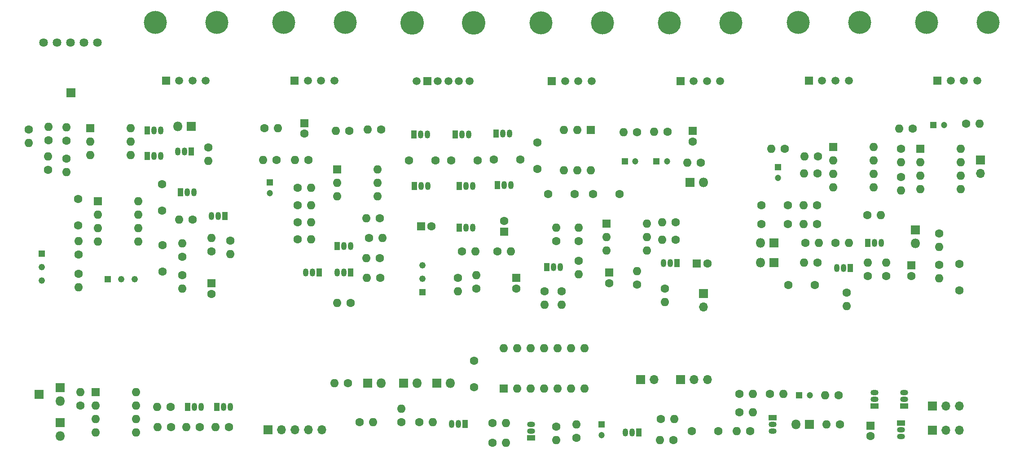
<source format=gts>
G04 #@! TF.GenerationSoftware,KiCad,Pcbnew,8.0.2*
G04 #@! TF.CreationDate,2024-08-15T15:23:23+09:00*
G04 #@! TF.ProjectId,analog_separate,616e616c-6f67-45f7-9365-706172617465,rev?*
G04 #@! TF.SameCoordinates,Original*
G04 #@! TF.FileFunction,Soldermask,Top*
G04 #@! TF.FilePolarity,Negative*
%FSLAX46Y46*%
G04 Gerber Fmt 4.6, Leading zero omitted, Abs format (unit mm)*
G04 Created by KiCad (PCBNEW 8.0.2) date 2024-08-15 15:23:23*
%MOMM*%
%LPD*%
G01*
G04 APERTURE LIST*
%ADD10R,1.600000X1.600000*%
%ADD11C,1.600000*%
%ADD12R,1.200000X1.200000*%
%ADD13C,1.200000*%
%ADD14O,1.600000X1.600000*%
%ADD15R,1.050000X1.500000*%
%ADD16O,1.050000X1.500000*%
%ADD17R,1.800000X1.800000*%
%ADD18O,1.800000X1.800000*%
%ADD19R,1.700000X1.700000*%
%ADD20O,1.700000X1.700000*%
%ADD21C,1.635000*%
%ADD22R,1.217000X1.217000*%
%ADD23C,1.217000*%
%ADD24R,1.500000X1.500000*%
%ADD25C,1.500000*%
%ADD26C,4.350000*%
%ADD27R,1.500000X1.050000*%
%ADD28O,1.500000X1.050000*%
%ADD29C,4.455000*%
G04 APERTURE END LIST*
D10*
X77980000Y-103290000D03*
D11*
X77980000Y-105290000D03*
D12*
X88980000Y-84250000D03*
D13*
X88980000Y-86250000D03*
D11*
X220340000Y-73120000D03*
D14*
X222880000Y-73120000D03*
D11*
X196290000Y-124425000D03*
D14*
X193750000Y-124425000D03*
D11*
X50650000Y-76320000D03*
D14*
X50650000Y-73780000D03*
D11*
X70290000Y-126675000D03*
D14*
X67750000Y-126675000D03*
D15*
X141230000Y-100250000D03*
D16*
X142500000Y-100250000D03*
X143770000Y-100250000D03*
D15*
X125810000Y-129815000D03*
D16*
X124540000Y-129815000D03*
X123270000Y-129815000D03*
D10*
X152480000Y-92000000D03*
D14*
X152480000Y-94540000D03*
X152480000Y-97080000D03*
X160100000Y-97080000D03*
X160100000Y-94540000D03*
X160100000Y-92000000D03*
D11*
X183285000Y-124175000D03*
D14*
X185825000Y-124175000D03*
D17*
X114245000Y-122175000D03*
D18*
X116785000Y-122175000D03*
D10*
X101680000Y-81725000D03*
D14*
X101680000Y-84265000D03*
X101680000Y-86805000D03*
X109300000Y-86805000D03*
X109300000Y-84265000D03*
X109300000Y-81725000D03*
D15*
X65900000Y-79250000D03*
D16*
X67170000Y-79250000D03*
X68440000Y-79250000D03*
D11*
X77420000Y-77640000D03*
D14*
X77420000Y-80180000D03*
D11*
X189955000Y-95620000D03*
D14*
X192495000Y-95620000D03*
D11*
X149960000Y-86390000D03*
X154960000Y-86390000D03*
X72480000Y-101745000D03*
D14*
X72480000Y-104285000D03*
D15*
X131690000Y-75000000D03*
D16*
X132960000Y-75000000D03*
X134230000Y-75000000D03*
D10*
X95480000Y-73000000D03*
D11*
X95480000Y-75000000D03*
X94230000Y-95000000D03*
D14*
X96770000Y-95000000D03*
D19*
X213960000Y-126500000D03*
D20*
X216500000Y-126500000D03*
X219040000Y-126500000D03*
D11*
X107690000Y-94750000D03*
D14*
X110230000Y-94750000D03*
D11*
X109730000Y-98500000D03*
D14*
X107190000Y-98500000D03*
D15*
X65880000Y-74390000D03*
D16*
X67150000Y-74390000D03*
X68420000Y-74390000D03*
D11*
X179620000Y-131175000D03*
D14*
X177080000Y-131175000D03*
D11*
X68730000Y-101040000D03*
X68730000Y-96040000D03*
X143045000Y-130385000D03*
D14*
X143045000Y-132925000D03*
D11*
X47250000Y-76290000D03*
D14*
X47250000Y-73750000D03*
D11*
X109775000Y-102250000D03*
D14*
X107235000Y-102250000D03*
D11*
X103980000Y-74500000D03*
D14*
X101440000Y-74500000D03*
D11*
X140770000Y-104750000D03*
D14*
X140770000Y-107290000D03*
D11*
X205250000Y-101870000D03*
D14*
X205250000Y-99330000D03*
D21*
X53915000Y-57830000D03*
X51375000Y-57830000D03*
X48835000Y-57830000D03*
X56455000Y-57830000D03*
X46295000Y-57830000D03*
D19*
X51500000Y-67250000D03*
D11*
X177535000Y-127675000D03*
D14*
X180075000Y-127675000D03*
D11*
X125210000Y-97250000D03*
D14*
X127750000Y-97250000D03*
D11*
X124460000Y-102250000D03*
D14*
X124460000Y-104790000D03*
D12*
X151545000Y-129952400D03*
D13*
X151545000Y-131952400D03*
D19*
X222995000Y-80010000D03*
D20*
X222995000Y-82550000D03*
D12*
X161920000Y-80250000D03*
D13*
X163920000Y-80250000D03*
D11*
X177540000Y-124175000D03*
D14*
X180080000Y-124175000D03*
D11*
X87940000Y-74000000D03*
D14*
X90480000Y-74000000D03*
D11*
X105935000Y-129500000D03*
D14*
X108475000Y-129500000D03*
D10*
X117480000Y-92500000D03*
D11*
X119480000Y-92500000D03*
D15*
X124710000Y-92750000D03*
D16*
X125980000Y-92750000D03*
X127250000Y-92750000D03*
D10*
X55100000Y-74005000D03*
D14*
X55100000Y-76545000D03*
X55100000Y-79085000D03*
X62720000Y-79085000D03*
X62720000Y-76545000D03*
X62720000Y-74005000D03*
D15*
X79000000Y-126675000D03*
D16*
X80270000Y-126675000D03*
X81540000Y-126675000D03*
D11*
X181670000Y-88500000D03*
X186670000Y-88500000D03*
X43500000Y-74210000D03*
D14*
X43500000Y-76750000D03*
D11*
X74440000Y-91280000D03*
D14*
X71900000Y-91280000D03*
D11*
X103750000Y-122175000D03*
D14*
X101210000Y-122175000D03*
D11*
X215250000Y-93870000D03*
D14*
X215250000Y-96410000D03*
D15*
X198500000Y-100370000D03*
D16*
X197230000Y-100370000D03*
X195960000Y-100370000D03*
D11*
X50650000Y-79735000D03*
D14*
X50650000Y-82275000D03*
D17*
X107460000Y-122175000D03*
D18*
X110000000Y-122175000D03*
D22*
X117730000Y-105000000D03*
D23*
X117730000Y-102460000D03*
X117730000Y-99920000D03*
D24*
X69415000Y-65025000D03*
D25*
X71915000Y-65025000D03*
X74415000Y-65025000D03*
X76915000Y-65025000D03*
D26*
X67365000Y-54025000D03*
X78965000Y-54025000D03*
D15*
X73500000Y-126675000D03*
D16*
X74770000Y-126675000D03*
X76040000Y-126675000D03*
D11*
X70335000Y-130425000D03*
D14*
X67795000Y-130425000D03*
D11*
X146790000Y-132465000D03*
D14*
X146790000Y-129925000D03*
D11*
X81290000Y-130425000D03*
D14*
X78750000Y-130425000D03*
D11*
X72480000Y-98290000D03*
D14*
X72480000Y-95750000D03*
D15*
X116170000Y-75140000D03*
D16*
X117440000Y-75140000D03*
X118710000Y-75140000D03*
D10*
X202290000Y-130175000D03*
D11*
X202290000Y-132175000D03*
D19*
X158890000Y-121480000D03*
D20*
X161430000Y-121480000D03*
D11*
X173580000Y-131175000D03*
X168580000Y-131175000D03*
D27*
X208650000Y-126445000D03*
D28*
X208650000Y-125175000D03*
X208650000Y-123905000D03*
D11*
X219000000Y-104620000D03*
X219000000Y-99620000D03*
X94230000Y-88500000D03*
D14*
X96770000Y-88500000D03*
D11*
X94235000Y-91750000D03*
D14*
X96775000Y-91750000D03*
D24*
X118665000Y-65050000D03*
D25*
X116665000Y-65050000D03*
X126665000Y-65050000D03*
X120665000Y-65050000D03*
X122665000Y-65050000D03*
X124665000Y-65050000D03*
D29*
X115865000Y-54050000D03*
X127465000Y-54050000D03*
D11*
X81500000Y-95210000D03*
D14*
X81500000Y-97750000D03*
D10*
X149485000Y-74340000D03*
D14*
X146945000Y-74340000D03*
X144405000Y-74340000D03*
X144405000Y-81960000D03*
X146945000Y-81960000D03*
X149485000Y-81960000D03*
D11*
X47150000Y-81820000D03*
D14*
X47150000Y-79280000D03*
D11*
X192170000Y-92050000D03*
D14*
X189630000Y-92050000D03*
D17*
X49470000Y-129565000D03*
D18*
X49470000Y-132105000D03*
D17*
X210750000Y-93205000D03*
D18*
X210750000Y-95745000D03*
D10*
X56170000Y-123805000D03*
D14*
X56170000Y-126345000D03*
X56170000Y-128885000D03*
X56170000Y-131425000D03*
X63790000Y-131425000D03*
X63790000Y-128885000D03*
X63790000Y-126345000D03*
X63790000Y-123805000D03*
D24*
X93665000Y-65025000D03*
D25*
X96165000Y-65025000D03*
X98665000Y-65025000D03*
X101165000Y-65025000D03*
D26*
X91615000Y-54025000D03*
X103215000Y-54025000D03*
D10*
X168730000Y-74500000D03*
D11*
X168730000Y-76500000D03*
X127540000Y-122925000D03*
X127540000Y-117925000D03*
D15*
X74170000Y-78390000D03*
D16*
X72900000Y-78390000D03*
X71630000Y-78390000D03*
D11*
X181670000Y-92050000D03*
X186670000Y-92050000D03*
D27*
X138295000Y-132465000D03*
D28*
X138295000Y-131195000D03*
X138295000Y-129925000D03*
D12*
X214157400Y-73370000D03*
D13*
X216157400Y-73370000D03*
D11*
X131210000Y-79890000D03*
X136210000Y-79890000D03*
D24*
X166415000Y-65050000D03*
D25*
X168915000Y-65050000D03*
X171415000Y-65050000D03*
X173915000Y-65050000D03*
D26*
X164365000Y-54050000D03*
X175965000Y-54050000D03*
D11*
X110025000Y-74250000D03*
D14*
X107485000Y-74250000D03*
D11*
X162755000Y-128925000D03*
D14*
X165295000Y-128925000D03*
D11*
X195705000Y-95620000D03*
D14*
X198245000Y-95620000D03*
D12*
X188830000Y-124425000D03*
D13*
X190830000Y-124425000D03*
D15*
X80480000Y-90540000D03*
D16*
X79210000Y-90540000D03*
X77940000Y-90540000D03*
D17*
X49470000Y-123000000D03*
D18*
X49470000Y-125540000D03*
D10*
X133210000Y-93500000D03*
D11*
X133210000Y-91500000D03*
D17*
X184085000Y-99370000D03*
D18*
X181545000Y-99370000D03*
D11*
X53220000Y-126355000D03*
D14*
X53220000Y-123815000D03*
D11*
X96275000Y-80000000D03*
D14*
X93735000Y-80000000D03*
D10*
X133130000Y-123175000D03*
D14*
X135670000Y-123175000D03*
X138210000Y-123175000D03*
X140750000Y-123175000D03*
X143290000Y-123175000D03*
X145830000Y-123175000D03*
X148370000Y-123175000D03*
X148370000Y-115555000D03*
X145830000Y-115555000D03*
X143290000Y-115555000D03*
X140750000Y-115555000D03*
X138210000Y-115555000D03*
X135670000Y-115555000D03*
X133130000Y-115555000D03*
D15*
X165800000Y-99415000D03*
D16*
X164530000Y-99415000D03*
X163260000Y-99415000D03*
D11*
X109770000Y-91000000D03*
D14*
X107230000Y-91000000D03*
D12*
X155920000Y-80250000D03*
D13*
X157920000Y-80250000D03*
D15*
X131940000Y-84750000D03*
D16*
X133210000Y-84750000D03*
X134480000Y-84750000D03*
D22*
X58400000Y-102540000D03*
D23*
X60940000Y-102540000D03*
X63480000Y-102540000D03*
D11*
X52900000Y-101485000D03*
D14*
X52900000Y-104025000D03*
D11*
X192170000Y-88550000D03*
D14*
X189630000Y-88550000D03*
D11*
X210270000Y-74090000D03*
D14*
X207730000Y-74090000D03*
D10*
X169530000Y-99525000D03*
D11*
X171530000Y-99525000D03*
X147230000Y-95295000D03*
D14*
X147230000Y-92755000D03*
D15*
X123960000Y-75140000D03*
D16*
X125230000Y-75140000D03*
X126500000Y-75140000D03*
D19*
X213920000Y-131000000D03*
D20*
X216460000Y-131000000D03*
X219000000Y-131000000D03*
D11*
X186750000Y-103620000D03*
X191750000Y-103620000D03*
X139460000Y-76640000D03*
X139460000Y-81640000D03*
X131915000Y-97250000D03*
D14*
X134455000Y-97250000D03*
D17*
X74170000Y-73640000D03*
D18*
X71630000Y-73640000D03*
D11*
X165530000Y-95025000D03*
D14*
X162990000Y-95025000D03*
D24*
X214915000Y-65025000D03*
D25*
X217415000Y-65025000D03*
X219915000Y-65025000D03*
X222415000Y-65025000D03*
D26*
X212865000Y-54025000D03*
X224465000Y-54025000D03*
D11*
X208000000Y-83240000D03*
D14*
X208000000Y-85780000D03*
D11*
X143980000Y-104750000D03*
D14*
X143980000Y-107290000D03*
D11*
X196540000Y-129925000D03*
D14*
X194000000Y-129925000D03*
D10*
X56600000Y-87730000D03*
D14*
X56600000Y-90270000D03*
X56600000Y-92810000D03*
X56600000Y-95350000D03*
X64220000Y-95350000D03*
X64220000Y-92810000D03*
X64220000Y-90270000D03*
X64220000Y-87730000D03*
D11*
X192300000Y-82550000D03*
D14*
X189760000Y-82550000D03*
D11*
X131000000Y-129675000D03*
D14*
X133540000Y-129675000D03*
D11*
X215250000Y-99825000D03*
D14*
X215250000Y-102365000D03*
D27*
X208040000Y-129675000D03*
D28*
X208040000Y-130945000D03*
X208040000Y-132215000D03*
D10*
X195250000Y-77500000D03*
D14*
X195250000Y-80040000D03*
X195250000Y-82580000D03*
X195250000Y-85120000D03*
X202870000Y-85120000D03*
X202870000Y-82580000D03*
X202870000Y-80040000D03*
X202870000Y-77500000D03*
D27*
X183830000Y-128655000D03*
D28*
X183830000Y-129925000D03*
X183830000Y-131195000D03*
D11*
X165530000Y-91775000D03*
D14*
X162990000Y-91775000D03*
D11*
X170230000Y-80500000D03*
D14*
X167690000Y-80500000D03*
D15*
X72150000Y-86080000D03*
D16*
X73420000Y-86080000D03*
X74690000Y-86080000D03*
D19*
X45470000Y-124250000D03*
D11*
X117210000Y-129500000D03*
D14*
X119750000Y-129500000D03*
D19*
X170750000Y-105250000D03*
D20*
X170750000Y-107790000D03*
D10*
X153030000Y-101275000D03*
D11*
X153030000Y-103275000D03*
D12*
X184800000Y-81327400D03*
D13*
X184800000Y-83327400D03*
D24*
X190665000Y-64980000D03*
D25*
X193165000Y-64980000D03*
X195665000Y-64980000D03*
X198165000Y-64980000D03*
D26*
X188615000Y-53980000D03*
X200215000Y-53980000D03*
D11*
X208000000Y-77825000D03*
D14*
X208000000Y-80365000D03*
D11*
X131000000Y-133425000D03*
D14*
X133540000Y-133425000D03*
D11*
X115210000Y-80030000D03*
X120210000Y-80030000D03*
X158280000Y-103525000D03*
D14*
X158280000Y-100985000D03*
D11*
X113790000Y-129500000D03*
D14*
X113790000Y-126960000D03*
D15*
X98270000Y-101250000D03*
D16*
X97000000Y-101250000D03*
X95730000Y-101250000D03*
D10*
X210000000Y-99914900D03*
D11*
X210000000Y-101914900D03*
X201750000Y-101910000D03*
D14*
X201750000Y-99370000D03*
D11*
X142980000Y-95295000D03*
D14*
X142980000Y-92755000D03*
D11*
X75790000Y-130425000D03*
D14*
X73250000Y-130425000D03*
D11*
X192290000Y-99370000D03*
D14*
X189750000Y-99370000D03*
D11*
X127960000Y-104250000D03*
D14*
X127960000Y-101710000D03*
D11*
X163490000Y-104275000D03*
D14*
X163490000Y-106815000D03*
D11*
X201710000Y-90370000D03*
D14*
X204250000Y-90370000D03*
D11*
X104230000Y-107000000D03*
D14*
X101690000Y-107000000D03*
D11*
X141460000Y-86390000D03*
X146460000Y-86390000D03*
X78000000Y-97250000D03*
D14*
X78000000Y-94710000D03*
D11*
X197750000Y-105080000D03*
D14*
X197750000Y-107620000D03*
D11*
X123210000Y-80030000D03*
X128210000Y-80030000D03*
D19*
X166415000Y-121480000D03*
D20*
X168955000Y-121480000D03*
X171495000Y-121480000D03*
D15*
X158545000Y-131425000D03*
D16*
X157275000Y-131425000D03*
X156005000Y-131425000D03*
D17*
X184040000Y-95620000D03*
D18*
X181500000Y-95620000D03*
D27*
X203040000Y-126465000D03*
D28*
X203040000Y-125195000D03*
X203040000Y-123925000D03*
D11*
X163980000Y-74640000D03*
D14*
X161440000Y-74640000D03*
D15*
X104230000Y-101250000D03*
D16*
X102960000Y-101250000D03*
X101690000Y-101250000D03*
D15*
X201750000Y-95620000D03*
D16*
X203020000Y-95620000D03*
X204290000Y-95620000D03*
D11*
X186090000Y-77827400D03*
D14*
X183550000Y-77827400D03*
D15*
X101690000Y-96250000D03*
D16*
X102960000Y-96250000D03*
X104230000Y-96250000D03*
D11*
X52850000Y-92350000D03*
X52850000Y-87350000D03*
X90230000Y-80000000D03*
D14*
X87690000Y-80000000D03*
D17*
X120495000Y-122175000D03*
D18*
X123035000Y-122175000D03*
D11*
X192340000Y-79300000D03*
D14*
X189800000Y-79300000D03*
D15*
X124690000Y-84890000D03*
D16*
X125960000Y-84890000D03*
X127230000Y-84890000D03*
D24*
X142165000Y-65050000D03*
D25*
X144665000Y-65050000D03*
X147165000Y-65050000D03*
X149665000Y-65050000D03*
D26*
X140115000Y-54050000D03*
X151715000Y-54050000D03*
D17*
X190790000Y-129925000D03*
D18*
X188250000Y-129925000D03*
D15*
X116210000Y-84890000D03*
D16*
X117480000Y-84890000D03*
X118750000Y-84890000D03*
D10*
X135500000Y-102250000D03*
D11*
X135500000Y-104250000D03*
D19*
X88670000Y-130925000D03*
D20*
X91210000Y-130925000D03*
X93750000Y-130925000D03*
X96290000Y-130925000D03*
X98830000Y-130925000D03*
D11*
X94235000Y-85250000D03*
D14*
X96775000Y-85250000D03*
D17*
X168230000Y-84250000D03*
D18*
X170770000Y-84250000D03*
D11*
X158230000Y-74750000D03*
D14*
X155690000Y-74750000D03*
D11*
X147230000Y-99000000D03*
D14*
X147230000Y-101540000D03*
D11*
X165085000Y-132925000D03*
D14*
X162545000Y-132925000D03*
D22*
X46000000Y-97670000D03*
D23*
X46000000Y-100210000D03*
X46000000Y-102750000D03*
D10*
X211630000Y-77870000D03*
D14*
X211630000Y-80410000D03*
X211630000Y-82950000D03*
X211630000Y-85490000D03*
X219250000Y-85490000D03*
X219250000Y-82950000D03*
X219250000Y-80410000D03*
X219250000Y-77870000D03*
D11*
X52900000Y-97820000D03*
D14*
X52900000Y-95280000D03*
D11*
X68650000Y-89530000D03*
X68650000Y-84530000D03*
M02*

</source>
